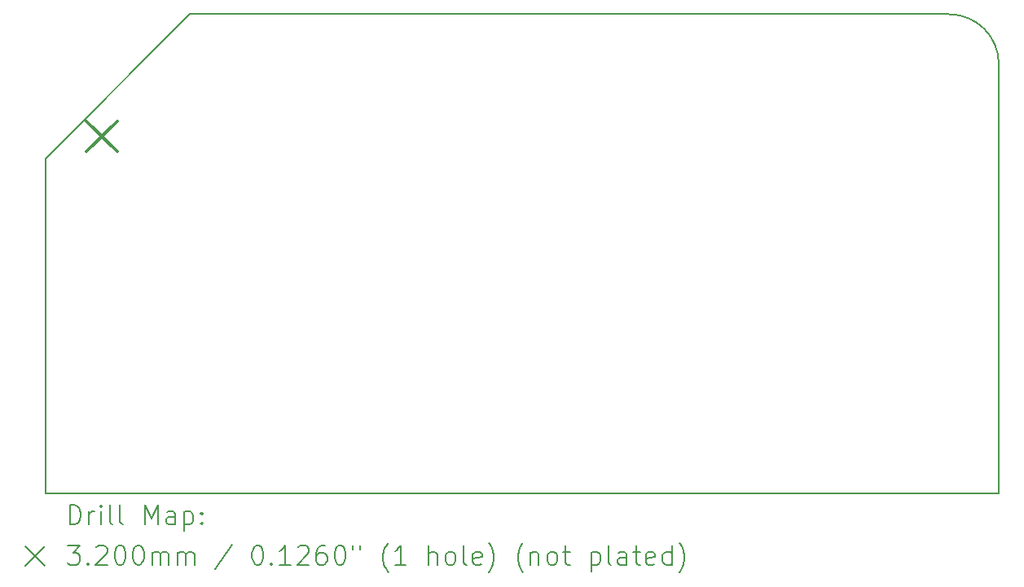
<source format=gbr>
%TF.GenerationSoftware,KiCad,Pcbnew,8.0.3+1*%
%TF.CreationDate,2024-06-25T17:55:54-06:00*%
%TF.ProjectId,z80-cpu,7a38302d-6370-4752-9e6b-696361645f70,rev?*%
%TF.SameCoordinates,Original*%
%TF.FileFunction,Drillmap*%
%TF.FilePolarity,Positive*%
%FSLAX45Y45*%
G04 Gerber Fmt 4.5, Leading zero omitted, Abs format (unit mm)*
G04 Created by KiCad (PCBNEW 8.0.3+1) date 2024-06-25 17:55:54*
%MOMM*%
%LPD*%
G01*
G04 APERTURE LIST*
%ADD10C,0.150000*%
%ADD11C,0.200000*%
%ADD12C,0.320000*%
G04 APERTURE END LIST*
D10*
X19663740Y-6858000D02*
G75*
G02*
X20181740Y-7376000I0J-518000D01*
G01*
X10271760Y-8359140D02*
X10271760Y-11844020D01*
X10271760Y-11844020D02*
X20181900Y-11844020D01*
X20181900Y-7376000D02*
X20181900Y-11844020D01*
X11772900Y-6858000D02*
X10271760Y-8359140D01*
X19663740Y-6858000D02*
X11772900Y-6858000D01*
D11*
D12*
X10698500Y-7968000D02*
X11018500Y-8288000D01*
X11018500Y-7968000D02*
X10698500Y-8288000D01*
D11*
X10525037Y-12163004D02*
X10525037Y-11963004D01*
X10525037Y-11963004D02*
X10572656Y-11963004D01*
X10572656Y-11963004D02*
X10601227Y-11972528D01*
X10601227Y-11972528D02*
X10620275Y-11991575D01*
X10620275Y-11991575D02*
X10629799Y-12010623D01*
X10629799Y-12010623D02*
X10639323Y-12048718D01*
X10639323Y-12048718D02*
X10639323Y-12077289D01*
X10639323Y-12077289D02*
X10629799Y-12115385D01*
X10629799Y-12115385D02*
X10620275Y-12134432D01*
X10620275Y-12134432D02*
X10601227Y-12153480D01*
X10601227Y-12153480D02*
X10572656Y-12163004D01*
X10572656Y-12163004D02*
X10525037Y-12163004D01*
X10725037Y-12163004D02*
X10725037Y-12029670D01*
X10725037Y-12067766D02*
X10734561Y-12048718D01*
X10734561Y-12048718D02*
X10744084Y-12039194D01*
X10744084Y-12039194D02*
X10763132Y-12029670D01*
X10763132Y-12029670D02*
X10782180Y-12029670D01*
X10848846Y-12163004D02*
X10848846Y-12029670D01*
X10848846Y-11963004D02*
X10839323Y-11972528D01*
X10839323Y-11972528D02*
X10848846Y-11982051D01*
X10848846Y-11982051D02*
X10858370Y-11972528D01*
X10858370Y-11972528D02*
X10848846Y-11963004D01*
X10848846Y-11963004D02*
X10848846Y-11982051D01*
X10972656Y-12163004D02*
X10953608Y-12153480D01*
X10953608Y-12153480D02*
X10944084Y-12134432D01*
X10944084Y-12134432D02*
X10944084Y-11963004D01*
X11077418Y-12163004D02*
X11058370Y-12153480D01*
X11058370Y-12153480D02*
X11048846Y-12134432D01*
X11048846Y-12134432D02*
X11048846Y-11963004D01*
X11305989Y-12163004D02*
X11305989Y-11963004D01*
X11305989Y-11963004D02*
X11372656Y-12105861D01*
X11372656Y-12105861D02*
X11439322Y-11963004D01*
X11439322Y-11963004D02*
X11439322Y-12163004D01*
X11620275Y-12163004D02*
X11620275Y-12058242D01*
X11620275Y-12058242D02*
X11610751Y-12039194D01*
X11610751Y-12039194D02*
X11591703Y-12029670D01*
X11591703Y-12029670D02*
X11553608Y-12029670D01*
X11553608Y-12029670D02*
X11534561Y-12039194D01*
X11620275Y-12153480D02*
X11601227Y-12163004D01*
X11601227Y-12163004D02*
X11553608Y-12163004D01*
X11553608Y-12163004D02*
X11534561Y-12153480D01*
X11534561Y-12153480D02*
X11525037Y-12134432D01*
X11525037Y-12134432D02*
X11525037Y-12115385D01*
X11525037Y-12115385D02*
X11534561Y-12096337D01*
X11534561Y-12096337D02*
X11553608Y-12086813D01*
X11553608Y-12086813D02*
X11601227Y-12086813D01*
X11601227Y-12086813D02*
X11620275Y-12077289D01*
X11715513Y-12029670D02*
X11715513Y-12229670D01*
X11715513Y-12039194D02*
X11734561Y-12029670D01*
X11734561Y-12029670D02*
X11772656Y-12029670D01*
X11772656Y-12029670D02*
X11791703Y-12039194D01*
X11791703Y-12039194D02*
X11801227Y-12048718D01*
X11801227Y-12048718D02*
X11810751Y-12067766D01*
X11810751Y-12067766D02*
X11810751Y-12124908D01*
X11810751Y-12124908D02*
X11801227Y-12143956D01*
X11801227Y-12143956D02*
X11791703Y-12153480D01*
X11791703Y-12153480D02*
X11772656Y-12163004D01*
X11772656Y-12163004D02*
X11734561Y-12163004D01*
X11734561Y-12163004D02*
X11715513Y-12153480D01*
X11896465Y-12143956D02*
X11905989Y-12153480D01*
X11905989Y-12153480D02*
X11896465Y-12163004D01*
X11896465Y-12163004D02*
X11886942Y-12153480D01*
X11886942Y-12153480D02*
X11896465Y-12143956D01*
X11896465Y-12143956D02*
X11896465Y-12163004D01*
X11896465Y-12039194D02*
X11905989Y-12048718D01*
X11905989Y-12048718D02*
X11896465Y-12058242D01*
X11896465Y-12058242D02*
X11886942Y-12048718D01*
X11886942Y-12048718D02*
X11896465Y-12039194D01*
X11896465Y-12039194D02*
X11896465Y-12058242D01*
X10064260Y-12391520D02*
X10264260Y-12591520D01*
X10264260Y-12391520D02*
X10064260Y-12591520D01*
X10505989Y-12383004D02*
X10629799Y-12383004D01*
X10629799Y-12383004D02*
X10563132Y-12459194D01*
X10563132Y-12459194D02*
X10591704Y-12459194D01*
X10591704Y-12459194D02*
X10610751Y-12468718D01*
X10610751Y-12468718D02*
X10620275Y-12478242D01*
X10620275Y-12478242D02*
X10629799Y-12497289D01*
X10629799Y-12497289D02*
X10629799Y-12544908D01*
X10629799Y-12544908D02*
X10620275Y-12563956D01*
X10620275Y-12563956D02*
X10610751Y-12573480D01*
X10610751Y-12573480D02*
X10591704Y-12583004D01*
X10591704Y-12583004D02*
X10534561Y-12583004D01*
X10534561Y-12583004D02*
X10515513Y-12573480D01*
X10515513Y-12573480D02*
X10505989Y-12563956D01*
X10715513Y-12563956D02*
X10725037Y-12573480D01*
X10725037Y-12573480D02*
X10715513Y-12583004D01*
X10715513Y-12583004D02*
X10705989Y-12573480D01*
X10705989Y-12573480D02*
X10715513Y-12563956D01*
X10715513Y-12563956D02*
X10715513Y-12583004D01*
X10801227Y-12402051D02*
X10810751Y-12392528D01*
X10810751Y-12392528D02*
X10829799Y-12383004D01*
X10829799Y-12383004D02*
X10877418Y-12383004D01*
X10877418Y-12383004D02*
X10896465Y-12392528D01*
X10896465Y-12392528D02*
X10905989Y-12402051D01*
X10905989Y-12402051D02*
X10915513Y-12421099D01*
X10915513Y-12421099D02*
X10915513Y-12440147D01*
X10915513Y-12440147D02*
X10905989Y-12468718D01*
X10905989Y-12468718D02*
X10791704Y-12583004D01*
X10791704Y-12583004D02*
X10915513Y-12583004D01*
X11039323Y-12383004D02*
X11058370Y-12383004D01*
X11058370Y-12383004D02*
X11077418Y-12392528D01*
X11077418Y-12392528D02*
X11086942Y-12402051D01*
X11086942Y-12402051D02*
X11096465Y-12421099D01*
X11096465Y-12421099D02*
X11105989Y-12459194D01*
X11105989Y-12459194D02*
X11105989Y-12506813D01*
X11105989Y-12506813D02*
X11096465Y-12544908D01*
X11096465Y-12544908D02*
X11086942Y-12563956D01*
X11086942Y-12563956D02*
X11077418Y-12573480D01*
X11077418Y-12573480D02*
X11058370Y-12583004D01*
X11058370Y-12583004D02*
X11039323Y-12583004D01*
X11039323Y-12583004D02*
X11020275Y-12573480D01*
X11020275Y-12573480D02*
X11010751Y-12563956D01*
X11010751Y-12563956D02*
X11001227Y-12544908D01*
X11001227Y-12544908D02*
X10991704Y-12506813D01*
X10991704Y-12506813D02*
X10991704Y-12459194D01*
X10991704Y-12459194D02*
X11001227Y-12421099D01*
X11001227Y-12421099D02*
X11010751Y-12402051D01*
X11010751Y-12402051D02*
X11020275Y-12392528D01*
X11020275Y-12392528D02*
X11039323Y-12383004D01*
X11229799Y-12383004D02*
X11248846Y-12383004D01*
X11248846Y-12383004D02*
X11267894Y-12392528D01*
X11267894Y-12392528D02*
X11277418Y-12402051D01*
X11277418Y-12402051D02*
X11286942Y-12421099D01*
X11286942Y-12421099D02*
X11296465Y-12459194D01*
X11296465Y-12459194D02*
X11296465Y-12506813D01*
X11296465Y-12506813D02*
X11286942Y-12544908D01*
X11286942Y-12544908D02*
X11277418Y-12563956D01*
X11277418Y-12563956D02*
X11267894Y-12573480D01*
X11267894Y-12573480D02*
X11248846Y-12583004D01*
X11248846Y-12583004D02*
X11229799Y-12583004D01*
X11229799Y-12583004D02*
X11210751Y-12573480D01*
X11210751Y-12573480D02*
X11201227Y-12563956D01*
X11201227Y-12563956D02*
X11191703Y-12544908D01*
X11191703Y-12544908D02*
X11182180Y-12506813D01*
X11182180Y-12506813D02*
X11182180Y-12459194D01*
X11182180Y-12459194D02*
X11191703Y-12421099D01*
X11191703Y-12421099D02*
X11201227Y-12402051D01*
X11201227Y-12402051D02*
X11210751Y-12392528D01*
X11210751Y-12392528D02*
X11229799Y-12383004D01*
X11382180Y-12583004D02*
X11382180Y-12449670D01*
X11382180Y-12468718D02*
X11391703Y-12459194D01*
X11391703Y-12459194D02*
X11410751Y-12449670D01*
X11410751Y-12449670D02*
X11439323Y-12449670D01*
X11439323Y-12449670D02*
X11458370Y-12459194D01*
X11458370Y-12459194D02*
X11467894Y-12478242D01*
X11467894Y-12478242D02*
X11467894Y-12583004D01*
X11467894Y-12478242D02*
X11477418Y-12459194D01*
X11477418Y-12459194D02*
X11496465Y-12449670D01*
X11496465Y-12449670D02*
X11525037Y-12449670D01*
X11525037Y-12449670D02*
X11544084Y-12459194D01*
X11544084Y-12459194D02*
X11553608Y-12478242D01*
X11553608Y-12478242D02*
X11553608Y-12583004D01*
X11648846Y-12583004D02*
X11648846Y-12449670D01*
X11648846Y-12468718D02*
X11658370Y-12459194D01*
X11658370Y-12459194D02*
X11677418Y-12449670D01*
X11677418Y-12449670D02*
X11705989Y-12449670D01*
X11705989Y-12449670D02*
X11725037Y-12459194D01*
X11725037Y-12459194D02*
X11734561Y-12478242D01*
X11734561Y-12478242D02*
X11734561Y-12583004D01*
X11734561Y-12478242D02*
X11744084Y-12459194D01*
X11744084Y-12459194D02*
X11763132Y-12449670D01*
X11763132Y-12449670D02*
X11791703Y-12449670D01*
X11791703Y-12449670D02*
X11810751Y-12459194D01*
X11810751Y-12459194D02*
X11820275Y-12478242D01*
X11820275Y-12478242D02*
X11820275Y-12583004D01*
X12210751Y-12373480D02*
X12039323Y-12630623D01*
X12467894Y-12383004D02*
X12486942Y-12383004D01*
X12486942Y-12383004D02*
X12505989Y-12392528D01*
X12505989Y-12392528D02*
X12515513Y-12402051D01*
X12515513Y-12402051D02*
X12525037Y-12421099D01*
X12525037Y-12421099D02*
X12534561Y-12459194D01*
X12534561Y-12459194D02*
X12534561Y-12506813D01*
X12534561Y-12506813D02*
X12525037Y-12544908D01*
X12525037Y-12544908D02*
X12515513Y-12563956D01*
X12515513Y-12563956D02*
X12505989Y-12573480D01*
X12505989Y-12573480D02*
X12486942Y-12583004D01*
X12486942Y-12583004D02*
X12467894Y-12583004D01*
X12467894Y-12583004D02*
X12448846Y-12573480D01*
X12448846Y-12573480D02*
X12439323Y-12563956D01*
X12439323Y-12563956D02*
X12429799Y-12544908D01*
X12429799Y-12544908D02*
X12420275Y-12506813D01*
X12420275Y-12506813D02*
X12420275Y-12459194D01*
X12420275Y-12459194D02*
X12429799Y-12421099D01*
X12429799Y-12421099D02*
X12439323Y-12402051D01*
X12439323Y-12402051D02*
X12448846Y-12392528D01*
X12448846Y-12392528D02*
X12467894Y-12383004D01*
X12620275Y-12563956D02*
X12629799Y-12573480D01*
X12629799Y-12573480D02*
X12620275Y-12583004D01*
X12620275Y-12583004D02*
X12610751Y-12573480D01*
X12610751Y-12573480D02*
X12620275Y-12563956D01*
X12620275Y-12563956D02*
X12620275Y-12583004D01*
X12820275Y-12583004D02*
X12705989Y-12583004D01*
X12763132Y-12583004D02*
X12763132Y-12383004D01*
X12763132Y-12383004D02*
X12744085Y-12411575D01*
X12744085Y-12411575D02*
X12725037Y-12430623D01*
X12725037Y-12430623D02*
X12705989Y-12440147D01*
X12896466Y-12402051D02*
X12905989Y-12392528D01*
X12905989Y-12392528D02*
X12925037Y-12383004D01*
X12925037Y-12383004D02*
X12972656Y-12383004D01*
X12972656Y-12383004D02*
X12991704Y-12392528D01*
X12991704Y-12392528D02*
X13001227Y-12402051D01*
X13001227Y-12402051D02*
X13010751Y-12421099D01*
X13010751Y-12421099D02*
X13010751Y-12440147D01*
X13010751Y-12440147D02*
X13001227Y-12468718D01*
X13001227Y-12468718D02*
X12886942Y-12583004D01*
X12886942Y-12583004D02*
X13010751Y-12583004D01*
X13182180Y-12383004D02*
X13144085Y-12383004D01*
X13144085Y-12383004D02*
X13125037Y-12392528D01*
X13125037Y-12392528D02*
X13115513Y-12402051D01*
X13115513Y-12402051D02*
X13096466Y-12430623D01*
X13096466Y-12430623D02*
X13086942Y-12468718D01*
X13086942Y-12468718D02*
X13086942Y-12544908D01*
X13086942Y-12544908D02*
X13096466Y-12563956D01*
X13096466Y-12563956D02*
X13105989Y-12573480D01*
X13105989Y-12573480D02*
X13125037Y-12583004D01*
X13125037Y-12583004D02*
X13163132Y-12583004D01*
X13163132Y-12583004D02*
X13182180Y-12573480D01*
X13182180Y-12573480D02*
X13191704Y-12563956D01*
X13191704Y-12563956D02*
X13201227Y-12544908D01*
X13201227Y-12544908D02*
X13201227Y-12497289D01*
X13201227Y-12497289D02*
X13191704Y-12478242D01*
X13191704Y-12478242D02*
X13182180Y-12468718D01*
X13182180Y-12468718D02*
X13163132Y-12459194D01*
X13163132Y-12459194D02*
X13125037Y-12459194D01*
X13125037Y-12459194D02*
X13105989Y-12468718D01*
X13105989Y-12468718D02*
X13096466Y-12478242D01*
X13096466Y-12478242D02*
X13086942Y-12497289D01*
X13325037Y-12383004D02*
X13344085Y-12383004D01*
X13344085Y-12383004D02*
X13363132Y-12392528D01*
X13363132Y-12392528D02*
X13372656Y-12402051D01*
X13372656Y-12402051D02*
X13382180Y-12421099D01*
X13382180Y-12421099D02*
X13391704Y-12459194D01*
X13391704Y-12459194D02*
X13391704Y-12506813D01*
X13391704Y-12506813D02*
X13382180Y-12544908D01*
X13382180Y-12544908D02*
X13372656Y-12563956D01*
X13372656Y-12563956D02*
X13363132Y-12573480D01*
X13363132Y-12573480D02*
X13344085Y-12583004D01*
X13344085Y-12583004D02*
X13325037Y-12583004D01*
X13325037Y-12583004D02*
X13305989Y-12573480D01*
X13305989Y-12573480D02*
X13296466Y-12563956D01*
X13296466Y-12563956D02*
X13286942Y-12544908D01*
X13286942Y-12544908D02*
X13277418Y-12506813D01*
X13277418Y-12506813D02*
X13277418Y-12459194D01*
X13277418Y-12459194D02*
X13286942Y-12421099D01*
X13286942Y-12421099D02*
X13296466Y-12402051D01*
X13296466Y-12402051D02*
X13305989Y-12392528D01*
X13305989Y-12392528D02*
X13325037Y-12383004D01*
X13467894Y-12383004D02*
X13467894Y-12421099D01*
X13544085Y-12383004D02*
X13544085Y-12421099D01*
X13839323Y-12659194D02*
X13829799Y-12649670D01*
X13829799Y-12649670D02*
X13810751Y-12621099D01*
X13810751Y-12621099D02*
X13801228Y-12602051D01*
X13801228Y-12602051D02*
X13791704Y-12573480D01*
X13791704Y-12573480D02*
X13782180Y-12525861D01*
X13782180Y-12525861D02*
X13782180Y-12487766D01*
X13782180Y-12487766D02*
X13791704Y-12440147D01*
X13791704Y-12440147D02*
X13801228Y-12411575D01*
X13801228Y-12411575D02*
X13810751Y-12392528D01*
X13810751Y-12392528D02*
X13829799Y-12363956D01*
X13829799Y-12363956D02*
X13839323Y-12354432D01*
X14020275Y-12583004D02*
X13905989Y-12583004D01*
X13963132Y-12583004D02*
X13963132Y-12383004D01*
X13963132Y-12383004D02*
X13944085Y-12411575D01*
X13944085Y-12411575D02*
X13925037Y-12430623D01*
X13925037Y-12430623D02*
X13905989Y-12440147D01*
X14258370Y-12583004D02*
X14258370Y-12383004D01*
X14344085Y-12583004D02*
X14344085Y-12478242D01*
X14344085Y-12478242D02*
X14334561Y-12459194D01*
X14334561Y-12459194D02*
X14315513Y-12449670D01*
X14315513Y-12449670D02*
X14286942Y-12449670D01*
X14286942Y-12449670D02*
X14267894Y-12459194D01*
X14267894Y-12459194D02*
X14258370Y-12468718D01*
X14467894Y-12583004D02*
X14448847Y-12573480D01*
X14448847Y-12573480D02*
X14439323Y-12563956D01*
X14439323Y-12563956D02*
X14429799Y-12544908D01*
X14429799Y-12544908D02*
X14429799Y-12487766D01*
X14429799Y-12487766D02*
X14439323Y-12468718D01*
X14439323Y-12468718D02*
X14448847Y-12459194D01*
X14448847Y-12459194D02*
X14467894Y-12449670D01*
X14467894Y-12449670D02*
X14496466Y-12449670D01*
X14496466Y-12449670D02*
X14515513Y-12459194D01*
X14515513Y-12459194D02*
X14525037Y-12468718D01*
X14525037Y-12468718D02*
X14534561Y-12487766D01*
X14534561Y-12487766D02*
X14534561Y-12544908D01*
X14534561Y-12544908D02*
X14525037Y-12563956D01*
X14525037Y-12563956D02*
X14515513Y-12573480D01*
X14515513Y-12573480D02*
X14496466Y-12583004D01*
X14496466Y-12583004D02*
X14467894Y-12583004D01*
X14648847Y-12583004D02*
X14629799Y-12573480D01*
X14629799Y-12573480D02*
X14620275Y-12554432D01*
X14620275Y-12554432D02*
X14620275Y-12383004D01*
X14801228Y-12573480D02*
X14782180Y-12583004D01*
X14782180Y-12583004D02*
X14744085Y-12583004D01*
X14744085Y-12583004D02*
X14725037Y-12573480D01*
X14725037Y-12573480D02*
X14715513Y-12554432D01*
X14715513Y-12554432D02*
X14715513Y-12478242D01*
X14715513Y-12478242D02*
X14725037Y-12459194D01*
X14725037Y-12459194D02*
X14744085Y-12449670D01*
X14744085Y-12449670D02*
X14782180Y-12449670D01*
X14782180Y-12449670D02*
X14801228Y-12459194D01*
X14801228Y-12459194D02*
X14810751Y-12478242D01*
X14810751Y-12478242D02*
X14810751Y-12497289D01*
X14810751Y-12497289D02*
X14715513Y-12516337D01*
X14877418Y-12659194D02*
X14886942Y-12649670D01*
X14886942Y-12649670D02*
X14905990Y-12621099D01*
X14905990Y-12621099D02*
X14915513Y-12602051D01*
X14915513Y-12602051D02*
X14925037Y-12573480D01*
X14925037Y-12573480D02*
X14934561Y-12525861D01*
X14934561Y-12525861D02*
X14934561Y-12487766D01*
X14934561Y-12487766D02*
X14925037Y-12440147D01*
X14925037Y-12440147D02*
X14915513Y-12411575D01*
X14915513Y-12411575D02*
X14905990Y-12392528D01*
X14905990Y-12392528D02*
X14886942Y-12363956D01*
X14886942Y-12363956D02*
X14877418Y-12354432D01*
X15239323Y-12659194D02*
X15229799Y-12649670D01*
X15229799Y-12649670D02*
X15210751Y-12621099D01*
X15210751Y-12621099D02*
X15201228Y-12602051D01*
X15201228Y-12602051D02*
X15191704Y-12573480D01*
X15191704Y-12573480D02*
X15182180Y-12525861D01*
X15182180Y-12525861D02*
X15182180Y-12487766D01*
X15182180Y-12487766D02*
X15191704Y-12440147D01*
X15191704Y-12440147D02*
X15201228Y-12411575D01*
X15201228Y-12411575D02*
X15210751Y-12392528D01*
X15210751Y-12392528D02*
X15229799Y-12363956D01*
X15229799Y-12363956D02*
X15239323Y-12354432D01*
X15315513Y-12449670D02*
X15315513Y-12583004D01*
X15315513Y-12468718D02*
X15325037Y-12459194D01*
X15325037Y-12459194D02*
X15344085Y-12449670D01*
X15344085Y-12449670D02*
X15372656Y-12449670D01*
X15372656Y-12449670D02*
X15391704Y-12459194D01*
X15391704Y-12459194D02*
X15401228Y-12478242D01*
X15401228Y-12478242D02*
X15401228Y-12583004D01*
X15525037Y-12583004D02*
X15505990Y-12573480D01*
X15505990Y-12573480D02*
X15496466Y-12563956D01*
X15496466Y-12563956D02*
X15486942Y-12544908D01*
X15486942Y-12544908D02*
X15486942Y-12487766D01*
X15486942Y-12487766D02*
X15496466Y-12468718D01*
X15496466Y-12468718D02*
X15505990Y-12459194D01*
X15505990Y-12459194D02*
X15525037Y-12449670D01*
X15525037Y-12449670D02*
X15553609Y-12449670D01*
X15553609Y-12449670D02*
X15572656Y-12459194D01*
X15572656Y-12459194D02*
X15582180Y-12468718D01*
X15582180Y-12468718D02*
X15591704Y-12487766D01*
X15591704Y-12487766D02*
X15591704Y-12544908D01*
X15591704Y-12544908D02*
X15582180Y-12563956D01*
X15582180Y-12563956D02*
X15572656Y-12573480D01*
X15572656Y-12573480D02*
X15553609Y-12583004D01*
X15553609Y-12583004D02*
X15525037Y-12583004D01*
X15648847Y-12449670D02*
X15725037Y-12449670D01*
X15677418Y-12383004D02*
X15677418Y-12554432D01*
X15677418Y-12554432D02*
X15686942Y-12573480D01*
X15686942Y-12573480D02*
X15705990Y-12583004D01*
X15705990Y-12583004D02*
X15725037Y-12583004D01*
X15944085Y-12449670D02*
X15944085Y-12649670D01*
X15944085Y-12459194D02*
X15963132Y-12449670D01*
X15963132Y-12449670D02*
X16001228Y-12449670D01*
X16001228Y-12449670D02*
X16020275Y-12459194D01*
X16020275Y-12459194D02*
X16029799Y-12468718D01*
X16029799Y-12468718D02*
X16039323Y-12487766D01*
X16039323Y-12487766D02*
X16039323Y-12544908D01*
X16039323Y-12544908D02*
X16029799Y-12563956D01*
X16029799Y-12563956D02*
X16020275Y-12573480D01*
X16020275Y-12573480D02*
X16001228Y-12583004D01*
X16001228Y-12583004D02*
X15963132Y-12583004D01*
X15963132Y-12583004D02*
X15944085Y-12573480D01*
X16153609Y-12583004D02*
X16134561Y-12573480D01*
X16134561Y-12573480D02*
X16125037Y-12554432D01*
X16125037Y-12554432D02*
X16125037Y-12383004D01*
X16315513Y-12583004D02*
X16315513Y-12478242D01*
X16315513Y-12478242D02*
X16305990Y-12459194D01*
X16305990Y-12459194D02*
X16286942Y-12449670D01*
X16286942Y-12449670D02*
X16248847Y-12449670D01*
X16248847Y-12449670D02*
X16229799Y-12459194D01*
X16315513Y-12573480D02*
X16296466Y-12583004D01*
X16296466Y-12583004D02*
X16248847Y-12583004D01*
X16248847Y-12583004D02*
X16229799Y-12573480D01*
X16229799Y-12573480D02*
X16220275Y-12554432D01*
X16220275Y-12554432D02*
X16220275Y-12535385D01*
X16220275Y-12535385D02*
X16229799Y-12516337D01*
X16229799Y-12516337D02*
X16248847Y-12506813D01*
X16248847Y-12506813D02*
X16296466Y-12506813D01*
X16296466Y-12506813D02*
X16315513Y-12497289D01*
X16382180Y-12449670D02*
X16458371Y-12449670D01*
X16410752Y-12383004D02*
X16410752Y-12554432D01*
X16410752Y-12554432D02*
X16420275Y-12573480D01*
X16420275Y-12573480D02*
X16439323Y-12583004D01*
X16439323Y-12583004D02*
X16458371Y-12583004D01*
X16601228Y-12573480D02*
X16582180Y-12583004D01*
X16582180Y-12583004D02*
X16544085Y-12583004D01*
X16544085Y-12583004D02*
X16525037Y-12573480D01*
X16525037Y-12573480D02*
X16515513Y-12554432D01*
X16515513Y-12554432D02*
X16515513Y-12478242D01*
X16515513Y-12478242D02*
X16525037Y-12459194D01*
X16525037Y-12459194D02*
X16544085Y-12449670D01*
X16544085Y-12449670D02*
X16582180Y-12449670D01*
X16582180Y-12449670D02*
X16601228Y-12459194D01*
X16601228Y-12459194D02*
X16610752Y-12478242D01*
X16610752Y-12478242D02*
X16610752Y-12497289D01*
X16610752Y-12497289D02*
X16515513Y-12516337D01*
X16782180Y-12583004D02*
X16782180Y-12383004D01*
X16782180Y-12573480D02*
X16763133Y-12583004D01*
X16763133Y-12583004D02*
X16725037Y-12583004D01*
X16725037Y-12583004D02*
X16705990Y-12573480D01*
X16705990Y-12573480D02*
X16696466Y-12563956D01*
X16696466Y-12563956D02*
X16686942Y-12544908D01*
X16686942Y-12544908D02*
X16686942Y-12487766D01*
X16686942Y-12487766D02*
X16696466Y-12468718D01*
X16696466Y-12468718D02*
X16705990Y-12459194D01*
X16705990Y-12459194D02*
X16725037Y-12449670D01*
X16725037Y-12449670D02*
X16763133Y-12449670D01*
X16763133Y-12449670D02*
X16782180Y-12459194D01*
X16858371Y-12659194D02*
X16867895Y-12649670D01*
X16867895Y-12649670D02*
X16886942Y-12621099D01*
X16886942Y-12621099D02*
X16896466Y-12602051D01*
X16896466Y-12602051D02*
X16905990Y-12573480D01*
X16905990Y-12573480D02*
X16915514Y-12525861D01*
X16915514Y-12525861D02*
X16915514Y-12487766D01*
X16915514Y-12487766D02*
X16905990Y-12440147D01*
X16905990Y-12440147D02*
X16896466Y-12411575D01*
X16896466Y-12411575D02*
X16886942Y-12392528D01*
X16886942Y-12392528D02*
X16867895Y-12363956D01*
X16867895Y-12363956D02*
X16858371Y-12354432D01*
M02*

</source>
